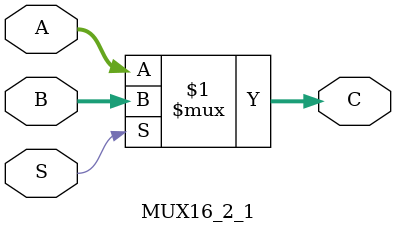
<source format=v>
module MUX16_2_1 (input [15:0] A, output wire [15:0] C,
                  input [15:0] B,
                  input S);

	assign C = (S ? B : A);

endmodule

</source>
